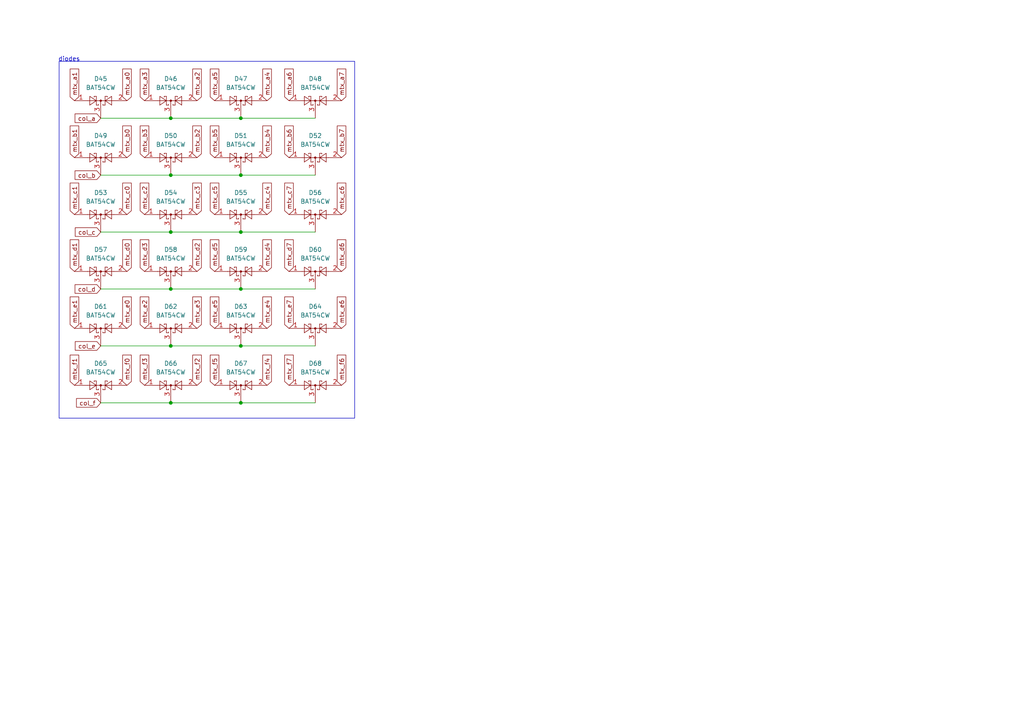
<source format=kicad_sch>
(kicad_sch (version 20250114) (generator "eeschema") (generator_version "9.0")
  (paper "A4")
  (lib_symbols
    (symbol "Diode:BAT54CW" (pin_names (offset 1.016))
      (property "Reference" "D" (at 0.635 -3.81 0))
      (property "Value" "BAT54CW" (at -6.35 3.175 0))
      (symbol "BAT54CW_0_1"
        (polyline (pts (xy -3.175 -1.27) (xy -3.175 1.27) (xy -1.27 0) (xy -3.175 -1.27)))
        (polyline (pts (xy -1.905 1.27) (xy -1.905 1.016)))
        (polyline (pts (xy -1.905 0) (xy 1.905 0)))
        (polyline (pts (xy -1.27 1.27) (xy -1.905 1.27)))
        (polyline (pts (xy -1.27 1.27) (xy -1.27 -1.27)))
        (polyline (pts (xy -1.27 0) (xy -3.81 0)))
        (polyline (pts (xy -1.27 -1.27) (xy -0.635 -1.27)))
        (polyline (pts (xy -0.635 -1.27) (xy -0.635 -1.016)))
        (circle (center 0 0) (radius 0.254) (fill (type outline)))
        (polyline (pts (xy 0.635 -1.27) (xy 0.635 -1.016)))
        (polyline (pts (xy 1.27 1.27) (xy 1.27 -1.27)))
        (polyline (pts (xy 1.27 1.27) (xy 1.905 1.27)))
        (polyline (pts (xy 1.27 -1.27) (xy 0.635 -1.27)))
        (polyline (pts (xy 1.905 1.27) (xy 1.905 1.016)))
        (polyline (pts (xy 3.175 -1.27) (xy 3.175 1.27) (xy 1.27 0) (xy 3.175 -1.27)))
        (polyline (pts (xy 3.81 0) (xy 1.27 0)))
      )
      (symbol "BAT54CW_1_1"
        (pin passive line (at -7.62 0 0) (length 3.81) (name "~") (number "1"))
        (pin passive line (at 0 -5.08 90) (length 5.08) (name "~") (number "3"))
        (pin passive line (at 7.62 0 180) (length 3.81) (name "~") (number "2"))
      )
    )
  )
  (rectangle (start 17.145 17.78) (end 102.87 121.285))
  (text "diodes" (at 20.066 17.272 0) (effects (font (size 1.27 1.27))))
  (junction (at 49.53 67.31))
  (junction (at 49.53 34.29))
  (junction (at 69.85 67.31))
  (junction (at 49.53 116.84))
  (junction (at 69.85 100.33))
  (junction (at 49.53 50.8))
  (junction (at 69.85 50.8))
  (junction (at 69.85 34.29))
  (junction (at 69.85 116.84))
  (junction (at 69.85 83.82))
  (junction (at 49.53 83.82))
  (junction (at 49.53 100.33))
  (wire (pts (xy 69.85 67.31) (xy 91.44 67.31)))
  (wire (pts (xy 49.53 83.82) (xy 69.85 83.82)))
  (wire (pts (xy 29.21 50.8) (xy 49.53 50.8)))
  (wire (pts (xy 29.21 116.84) (xy 49.53 116.84)))
  (wire (pts (xy 69.85 100.33) (xy 91.44 100.33)))
  (wire (pts (xy 29.21 34.29) (xy 49.53 34.29)))
  (wire (pts (xy 69.85 50.8) (xy 91.44 50.8)))
  (wire (pts (xy 29.21 83.82) (xy 49.53 83.82)))
  (wire (pts (xy 49.53 34.29) (xy 69.85 34.29)))
  (wire (pts (xy 69.85 116.84) (xy 91.44 116.84)))
  (wire (pts (xy 49.53 100.33) (xy 69.85 100.33)))
  (wire (pts (xy 29.21 67.31) (xy 49.53 67.31)))
  (wire (pts (xy 29.21 100.33) (xy 49.53 100.33)))
  (wire (pts (xy 49.53 50.8) (xy 69.85 50.8)))
  (wire (pts (xy 49.53 116.84) (xy 69.85 116.84)))
  (wire (pts (xy 49.53 67.31) (xy 69.85 67.31)))
  (wire (pts (xy 69.85 34.29) (xy 91.44 34.29)))
  (wire (pts (xy 69.85 83.82) (xy 91.44 83.82)))
  (global_label "mtx_f4" (shape input) (at 77.47 111.76 90) (property "Intersheetrefs" "${INTERSHEET_REFS}" (effects (hide yes))))
  (global_label "mtx_b2" (shape input) (at 57.15 45.72 90) (property "Intersheetrefs" "${INTERSHEET_REFS}" (effects (hide yes))))
  (global_label "mtx_b3" (shape input) (at 41.91 45.72 90) (property "Intersheetrefs" "${INTERSHEET_REFS}" (effects (hide yes))))
  (global_label "mtx_c3" (shape input) (at 57.15 62.23 90) (property "Intersheetrefs" "${INTERSHEET_REFS}" (effects (hide yes))))
  (global_label "mtx_e5" (shape input) (at 62.23 95.25 90) (property "Intersheetrefs" "${INTERSHEET_REFS}" (effects (hide yes))))
  (global_label "mtx_a4" (shape input) (at 77.47 29.21 90) (property "Intersheetrefs" "${INTERSHEET_REFS}" (effects (hide yes))))
  (global_label "mtx_b6" (shape input) (at 83.82 45.72 90) (property "Intersheetrefs" "${INTERSHEET_REFS}" (effects (hide yes))))
  (global_label "col_c" (shape input) (at 29.21 67.31 180) (property "Intersheetrefs" "${INTERSHEET_REFS}" (effects (hide yes))))
  (global_label "mtx_e7" (shape input) (at 83.82 95.25 90) (property "Intersheetrefs" "${INTERSHEET_REFS}" (effects (hide yes))))
  (global_label "mtx_d3" (shape input) (at 41.91 78.74 90) (property "Intersheetrefs" "${INTERSHEET_REFS}" (effects (hide yes))))
  (global_label "mtx_f6" (shape input) (at 99.06 111.76 90) (property "Intersheetrefs" "${INTERSHEET_REFS}" (effects (hide yes))))
  (global_label "mtx_a1" (shape input) (at 21.59 29.21 90) (property "Intersheetrefs" "${INTERSHEET_REFS}" (effects (hide yes))))
  (global_label "mtx_e1" (shape input) (at 21.59 95.25 90) (property "Intersheetrefs" "${INTERSHEET_REFS}" (effects (hide yes))))
  (global_label "col_f" (shape input) (at 29.21 116.84 180) (property "Intersheetrefs" "${INTERSHEET_REFS}" (effects (hide yes))))
  (global_label "mtx_a5" (shape input) (at 62.23 29.21 90) (property "Intersheetrefs" "${INTERSHEET_REFS}" (effects (hide yes))))
  (global_label "mtx_d1" (shape input) (at 21.59 78.74 90) (property "Intersheetrefs" "${INTERSHEET_REFS}" (effects (hide yes))))
  (global_label "mtx_c4" (shape input) (at 77.47 62.23 90) (property "Intersheetrefs" "${INTERSHEET_REFS}" (effects (hide yes))))
  (global_label "mtx_d2" (shape input) (at 57.15 78.74 90) (property "Intersheetrefs" "${INTERSHEET_REFS}" (effects (hide yes))))
  (global_label "mtx_a3" (shape input) (at 41.91 29.21 90) (property "Intersheetrefs" "${INTERSHEET_REFS}" (effects (hide yes))))
  (global_label "mtx_a6" (shape input) (at 83.82 29.21 90) (property "Intersheetrefs" "${INTERSHEET_REFS}" (effects (hide yes))))
  (global_label "mtx_e6" (shape input) (at 99.06 95.25 90) (property "Intersheetrefs" "${INTERSHEET_REFS}" (effects (hide yes))))
  (global_label "mtx_e3" (shape input) (at 57.15 95.25 90) (property "Intersheetrefs" "${INTERSHEET_REFS}" (effects (hide yes))))
  (global_label "mtx_d4" (shape input) (at 77.47 78.74 90) (property "Intersheetrefs" "${INTERSHEET_REFS}" (effects (hide yes))))
  (global_label "mtx_b7" (shape input) (at 99.06 45.72 90) (property "Intersheetrefs" "${INTERSHEET_REFS}" (effects (hide yes))))
  (global_label "mtx_c7" (shape input) (at 83.82 62.23 90) (property "Intersheetrefs" "${INTERSHEET_REFS}" (effects (hide yes))))
  (global_label "mtx_e4" (shape input) (at 77.47 95.25 90) (property "Intersheetrefs" "${INTERSHEET_REFS}" (effects (hide yes))))
  (global_label "mtx_c2" (shape input) (at 41.91 62.23 90) (property "Intersheetrefs" "${INTERSHEET_REFS}" (effects (hide yes))))
  (global_label "mtx_e0" (shape input) (at 36.83 95.25 90) (property "Intersheetrefs" "${INTERSHEET_REFS}" (effects (hide yes))))
  (global_label "mtx_d0" (shape input) (at 36.83 78.74 90) (property "Intersheetrefs" "${INTERSHEET_REFS}" (effects (hide yes))))
  (global_label "mtx_b1" (shape input) (at 21.59 45.72 90) (property "Intersheetrefs" "${INTERSHEET_REFS}" (effects (hide yes))))
  (global_label "mtx_d5" (shape input) (at 62.23 78.74 90) (property "Intersheetrefs" "${INTERSHEET_REFS}" (effects (hide yes))))
  (global_label "mtx_a2" (shape input) (at 57.15 29.21 90) (property "Intersheetrefs" "${INTERSHEET_REFS}" (effects (hide yes))))
  (global_label "mtx_a0" (shape input) (at 36.83 29.21 90) (property "Intersheetrefs" "${INTERSHEET_REFS}" (effects (hide yes))))
  (global_label "mtx_a7" (shape input) (at 99.06 29.21 90) (property "Intersheetrefs" "${INTERSHEET_REFS}" (effects (hide yes))))
  (global_label "mtx_c5" (shape input) (at 62.23 62.23 90) (property "Intersheetrefs" "${INTERSHEET_REFS}" (effects (hide yes))))
  (global_label "mtx_f7" (shape input) (at 83.82 111.76 90) (property "Intersheetrefs" "${INTERSHEET_REFS}" (effects (hide yes))))
  (global_label "mtx_b4" (shape input) (at 77.47 45.72 90) (property "Intersheetrefs" "${INTERSHEET_REFS}" (effects (hide yes))))
  (global_label "mtx_f0" (shape input) (at 36.83 111.76 90) (property "Intersheetrefs" "${INTERSHEET_REFS}" (effects (hide yes))))
  (global_label "col_e" (shape input) (at 29.21 100.33 180) (property "Intersheetrefs" "${INTERSHEET_REFS}" (effects (hide yes))))
  (global_label "col_a" (shape input) (at 29.21 34.29 180) (property "Intersheetrefs" "${INTERSHEET_REFS}" (effects (hide yes))))
  (global_label "mtx_d7" (shape input) (at 83.82 78.74 90) (property "Intersheetrefs" "${INTERSHEET_REFS}" (effects (hide yes))))
  (global_label "mtx_c1" (shape input) (at 21.59 62.23 90) (property "Intersheetrefs" "${INTERSHEET_REFS}" (effects (hide yes))))
  (global_label "mtx_c0" (shape input) (at 36.83 62.23 90) (property "Intersheetrefs" "${INTERSHEET_REFS}" (effects (hide yes))))
  (global_label "mtx_b5" (shape input) (at 62.23 45.72 90) (property "Intersheetrefs" "${INTERSHEET_REFS}" (effects (hide yes))))
  (global_label "mtx_d6" (shape input) (at 99.06 78.74 90) (property "Intersheetrefs" "${INTERSHEET_REFS}" (effects (hide yes))))
  (global_label "mtx_c6" (shape input) (at 99.06 62.23 90) (property "Intersheetrefs" "${INTERSHEET_REFS}" (effects (hide yes))))
  (global_label "mtx_f1" (shape input) (at 21.59 111.76 90) (property "Intersheetrefs" "${INTERSHEET_REFS}" (effects (hide yes))))
  (global_label "mtx_e2" (shape input) (at 41.91 95.25 90) (property "Intersheetrefs" "${INTERSHEET_REFS}" (effects (hide yes))))
  (global_label "col_d" (shape input) (at 29.21 83.82 180) (property "Intersheetrefs" "${INTERSHEET_REFS}" (effects (hide yes))))
  (global_label "mtx_b0" (shape input) (at 36.83 45.72 90) (property "Intersheetrefs" "${INTERSHEET_REFS}" (effects (hide yes))))
  (global_label "col_b" (shape input) (at 29.21 50.8 180) (property "Intersheetrefs" "${INTERSHEET_REFS}" (effects (hide yes))))
  (global_label "mtx_f3" (shape input) (at 41.91 111.76 90) (property "Intersheetrefs" "${INTERSHEET_REFS}" (effects (hide yes))))
  (global_label "mtx_f5" (shape input) (at 62.23 111.76 90) (property "Intersheetrefs" "${INTERSHEET_REFS}" (effects (hide yes))))
  (global_label "mtx_f2" (shape input) (at 57.15 111.76 90) (property "Intersheetrefs" "${INTERSHEET_REFS}" (effects (hide yes))))
  (symbol (lib_id "Diode:BAT54CW") (at 29.21 29.21 0) (unit 1)
    (property "Reference" "D45" (at 29.21 22.86 0))
    (property "Value" "BAT54CW" (at 29.21 25.4 0))
    (property "Footprint" "coquette_footprints:SOT-323_SC-70-coquette" (effects (hide yes)))
    (property "Datasheet" "https://assets.nexperia.com/documents/data-sheet/BAT54W_SER.pdf" (effects (hide yes)))
    (property "Description" "Dual schottky barrier diode, common cathode, SOT-323" (effects (hide yes)))
  )
  (symbol (lib_id "Diode:BAT54CW") (at 29.21 111.76 0) (unit 1)
    (property "Reference" "D65" (at 29.21 105.41 0))
    (property "Value" "BAT54CW" (at 29.21 107.95 0))
    (property "Footprint" "coquette_footprints:SOT-323_SC-70-coquette" (effects (hide yes)))
    (property "Datasheet" "https://assets.nexperia.com/documents/data-sheet/BAT54W_SER.pdf" (effects (hide yes)))
    (property "Description" "Dual schottky barrier diode, common cathode, SOT-323" (effects (hide yes)))
  )
  (symbol (lib_id "Diode:BAT54CW") (at 69.85 45.72 0) (unit 1)
    (property "Reference" "D51" (at 69.85 39.37 0))
    (property "Value" "BAT54CW" (at 69.85 41.91 0))
    (property "Footprint" "coquette_footprints:SOT-323_SC-70-coquette" (effects (hide yes)))
    (property "Datasheet" "https://assets.nexperia.com/documents/data-sheet/BAT54W_SER.pdf" (effects (hide yes)))
    (property "Description" "Dual schottky barrier diode, common cathode, SOT-323" (effects (hide yes)))
  )
  (symbol (lib_id "Diode:BAT54CW") (at 49.53 62.23 0) (unit 1)
    (property "Reference" "D54" (at 49.53 55.88 0))
    (property "Value" "BAT54CW" (at 49.53 58.42 0))
    (property "Footprint" "coquette_footprints:SOT-323_SC-70-coquette" (effects (hide yes)))
    (property "Datasheet" "https://assets.nexperia.com/documents/data-sheet/BAT54W_SER.pdf" (effects (hide yes)))
    (property "Description" "Dual schottky barrier diode, common cathode, SOT-323" (effects (hide yes)))
  )
  (symbol (lib_id "Diode:BAT54CW") (at 91.44 95.25 0) (unit 1)
    (property "Reference" "D64" (at 91.44 88.9 0))
    (property "Value" "BAT54CW" (at 91.44 91.44 0))
    (property "Footprint" "coquette_footprints:SOT-323_SC-70-coquette" (effects (hide yes)))
    (property "Datasheet" "https://assets.nexperia.com/documents/data-sheet/BAT54W_SER.pdf" (effects (hide yes)))
    (property "Description" "Dual schottky barrier diode, common cathode, SOT-323" (effects (hide yes)))
  )
  (symbol (lib_id "Diode:BAT54CW") (at 69.85 111.76 0) (unit 1)
    (property "Reference" "D67" (at 69.85 105.41 0))
    (property "Value" "BAT54CW" (at 69.85 107.95 0))
    (property "Footprint" "coquette_footprints:SOT-323_SC-70-coquette" (effects (hide yes)))
    (property "Datasheet" "https://assets.nexperia.com/documents/data-sheet/BAT54W_SER.pdf" (effects (hide yes)))
    (property "Description" "Dual schottky barrier diode, common cathode, SOT-323" (effects (hide yes)))
  )
  (symbol (lib_id "Diode:BAT54CW") (at 69.85 78.74 0) (unit 1)
    (property "Reference" "D59" (at 69.85 72.39 0))
    (property "Value" "BAT54CW" (at 69.85 74.93 0))
    (property "Footprint" "coquette_footprints:SOT-323_SC-70-coquette" (effects (hide yes)))
    (property "Datasheet" "https://assets.nexperia.com/documents/data-sheet/BAT54W_SER.pdf" (effects (hide yes)))
    (property "Description" "Dual schottky barrier diode, common cathode, SOT-323" (effects (hide yes)))
  )
  (symbol (lib_id "Diode:BAT54CW") (at 91.44 111.76 0) (unit 1)
    (property "Reference" "D68" (at 91.44 105.41 0))
    (property "Value" "BAT54CW" (at 91.44 107.95 0))
    (property "Footprint" "coquette_footprints:SOT-323_SC-70-coquette" (effects (hide yes)))
    (property "Datasheet" "https://assets.nexperia.com/documents/data-sheet/BAT54W_SER.pdf" (effects (hide yes)))
    (property "Description" "Dual schottky barrier diode, common cathode, SOT-323" (effects (hide yes)))
  )
  (symbol (lib_id "Diode:BAT54CW") (at 29.21 95.25 0) (unit 1)
    (property "Reference" "D61" (at 29.21 88.9 0))
    (property "Value" "BAT54CW" (at 29.21 91.44 0))
    (property "Footprint" "coquette_footprints:SOT-323_SC-70-coquette" (effects (hide yes)))
    (property "Datasheet" "https://assets.nexperia.com/documents/data-sheet/BAT54W_SER.pdf" (effects (hide yes)))
    (property "Description" "Dual schottky barrier diode, common cathode, SOT-323" (effects (hide yes)))
  )
  (symbol (lib_id "Diode:BAT54CW") (at 49.53 111.76 0) (unit 1)
    (property "Reference" "D66" (at 49.53 105.41 0))
    (property "Value" "BAT54CW" (at 49.53 107.95 0))
    (property "Footprint" "coquette_footprints:SOT-323_SC-70-coquette" (effects (hide yes)))
    (property "Datasheet" "https://assets.nexperia.com/documents/data-sheet/BAT54W_SER.pdf" (effects (hide yes)))
    (property "Description" "Dual schottky barrier diode, common cathode, SOT-323" (effects (hide yes)))
  )
  (symbol (lib_id "Diode:BAT54CW") (at 29.21 78.74 0) (unit 1)
    (property "Reference" "D57" (at 29.21 72.39 0))
    (property "Value" "BAT54CW" (at 29.21 74.93 0))
    (property "Footprint" "coquette_footprints:SOT-323_SC-70-coquette" (effects (hide yes)))
    (property "Datasheet" "https://assets.nexperia.com/documents/data-sheet/BAT54W_SER.pdf" (effects (hide yes)))
    (property "Description" "Dual schottky barrier diode, common cathode, SOT-323" (effects (hide yes)))
  )
  (symbol (lib_id "Diode:BAT54CW") (at 91.44 78.74 0) (unit 1)
    (property "Reference" "D60" (at 91.44 72.39 0))
    (property "Value" "BAT54CW" (at 91.44 74.93 0))
    (property "Footprint" "coquette_footprints:SOT-323_SC-70-coquette" (effects (hide yes)))
    (property "Datasheet" "https://assets.nexperia.com/documents/data-sheet/BAT54W_SER.pdf" (effects (hide yes)))
    (property "Description" "Dual schottky barrier diode, common cathode, SOT-323" (effects (hide yes)))
  )
  (symbol (lib_id "Diode:BAT54CW") (at 91.44 45.72 0) (unit 1)
    (property "Reference" "D52" (at 91.44 39.37 0))
    (property "Value" "BAT54CW" (at 91.44 41.91 0))
    (property "Footprint" "coquette_footprints:SOT-323_SC-70-coquette" (effects (hide yes)))
    (property "Datasheet" "https://assets.nexperia.com/documents/data-sheet/BAT54W_SER.pdf" (effects (hide yes)))
    (property "Description" "Dual schottky barrier diode, common cathode, SOT-323" (effects (hide yes)))
  )
  (symbol (lib_id "Diode:BAT54CW") (at 91.44 62.23 0) (unit 1)
    (property "Reference" "D56" (at 91.44 55.88 0))
    (property "Value" "BAT54CW" (at 91.44 58.42 0))
    (property "Footprint" "coquette_footprints:SOT-323_SC-70-coquette" (effects (hide yes)))
    (property "Datasheet" "https://assets.nexperia.com/documents/data-sheet/BAT54W_SER.pdf" (effects (hide yes)))
    (property "Description" "Dual schottky barrier diode, common cathode, SOT-323" (effects (hide yes)))
  )
  (symbol (lib_id "Diode:BAT54CW") (at 29.21 45.72 0) (unit 1)
    (property "Reference" "D49" (at 29.21 39.37 0))
    (property "Value" "BAT54CW" (at 29.21 41.91 0))
    (property "Footprint" "coquette_footprints:SOT-323_SC-70-coquette" (effects (hide yes)))
    (property "Datasheet" "https://assets.nexperia.com/documents/data-sheet/BAT54W_SER.pdf" (effects (hide yes)))
    (property "Description" "Dual schottky barrier diode, common cathode, SOT-323" (effects (hide yes)))
  )
  (symbol (lib_id "Diode:BAT54CW") (at 49.53 95.25 0) (unit 1)
    (property "Reference" "D62" (at 49.53 88.9 0))
    (property "Value" "BAT54CW" (at 49.53 91.44 0))
    (property "Footprint" "coquette_footprints:SOT-323_SC-70-coquette" (effects (hide yes)))
    (property "Datasheet" "https://assets.nexperia.com/documents/data-sheet/BAT54W_SER.pdf" (effects (hide yes)))
    (property "Description" "Dual schottky barrier diode, common cathode, SOT-323" (effects (hide yes)))
  )
  (symbol (lib_id "Diode:BAT54CW") (at 49.53 29.21 0) (unit 1)
    (property "Reference" "D46" (at 49.53 22.86 0))
    (property "Value" "BAT54CW" (at 49.53 25.4 0))
    (property "Footprint" "coquette_footprints:SOT-323_SC-70-coquette" (effects (hide yes)))
    (property "Datasheet" "https://assets.nexperia.com/documents/data-sheet/BAT54W_SER.pdf" (effects (hide yes)))
    (property "Description" "Dual schottky barrier diode, common cathode, SOT-323" (effects (hide yes)))
  )
  (symbol (lib_id "Diode:BAT54CW") (at 29.21 62.23 0) (unit 1)
    (property "Reference" "D53" (at 29.21 55.88 0))
    (property "Value" "BAT54CW" (at 29.21 58.42 0))
    (property "Footprint" "coquette_footprints:SOT-323_SC-70-coquette" (effects (hide yes)))
    (property "Datasheet" "https://assets.nexperia.com/documents/data-sheet/BAT54W_SER.pdf" (effects (hide yes)))
    (property "Description" "Dual schottky barrier diode, common cathode, SOT-323" (effects (hide yes)))
  )
  (symbol (lib_id "Diode:BAT54CW") (at 69.85 95.25 0) (unit 1)
    (property "Reference" "D63" (at 69.85 88.9 0))
    (property "Value" "BAT54CW" (at 69.85 91.44 0))
    (property "Footprint" "coquette_footprints:SOT-323_SC-70-coquette" (effects (hide yes)))
    (property "Datasheet" "https://assets.nexperia.com/documents/data-sheet/BAT54W_SER.pdf" (effects (hide yes)))
    (property "Description" "Dual schottky barrier diode, common cathode, SOT-323" (effects (hide yes)))
  )
  (symbol (lib_id "Diode:BAT54CW") (at 91.44 29.21 0) (unit 1)
    (property "Reference" "D48" (at 91.44 22.86 0))
    (property "Value" "BAT54CW" (at 91.44 25.4 0))
    (property "Footprint" "coquette_footprints:SOT-323_SC-70-coquette" (effects (hide yes)))
    (property "Datasheet" "https://assets.nexperia.com/documents/data-sheet/BAT54W_SER.pdf" (effects (hide yes)))
    (property "Description" "Dual schottky barrier diode, common cathode, SOT-323" (effects (hide yes)))
  )
  (symbol (lib_id "Diode:BAT54CW") (at 49.53 45.72 0) (unit 1)
    (property "Reference" "D50" (at 49.53 39.37 0))
    (property "Value" "BAT54CW" (at 49.53 41.91 0))
    (property "Footprint" "coquette_footprints:SOT-323_SC-70-coquette" (effects (hide yes)))
    (property "Datasheet" "https://assets.nexperia.com/documents/data-sheet/BAT54W_SER.pdf" (effects (hide yes)))
    (property "Description" "Dual schottky barrier diode, common cathode, SOT-323" (effects (hide yes)))
  )
  (symbol (lib_id "Diode:BAT54CW") (at 69.85 62.23 0) (unit 1)
    (property "Reference" "D55" (at 69.85 55.88 0))
    (property "Value" "BAT54CW" (at 69.85 58.42 0))
    (property "Footprint" "coquette_footprints:SOT-323_SC-70-coquette" (effects (hide yes)))
    (property "Datasheet" "https://assets.nexperia.com/documents/data-sheet/BAT54W_SER.pdf" (effects (hide yes)))
    (property "Description" "Dual schottky barrier diode, common cathode, SOT-323" (effects (hide yes)))
  )
  (symbol (lib_id "Diode:BAT54CW") (at 49.53 78.74 0) (unit 1)
    (property "Reference" "D58" (at 49.53 72.39 0))
    (property "Value" "BAT54CW" (at 49.53 74.93 0))
    (property "Footprint" "coquette_footprints:SOT-323_SC-70-coquette" (effects (hide yes)))
    (property "Datasheet" "https://assets.nexperia.com/documents/data-sheet/BAT54W_SER.pdf" (effects (hide yes)))
    (property "Description" "Dual schottky barrier diode, common cathode, SOT-323" (effects (hide yes)))
  )
  (symbol (lib_id "Diode:BAT54CW") (at 69.85 29.21 0) (unit 1)
    (property "Reference" "D47" (at 69.85 22.86 0))
    (property "Value" "BAT54CW" (at 69.85 25.4 0))
    (property "Footprint" "coquette_footprints:SOT-323_SC-70-coquette" (effects (hide yes)))
    (property "Datasheet" "https://assets.nexperia.com/documents/data-sheet/BAT54W_SER.pdf" (effects (hide yes)))
    (property "Description" "Dual schottky barrier diode, common cathode, SOT-323" (effects (hide yes)))
  )
)
</source>
